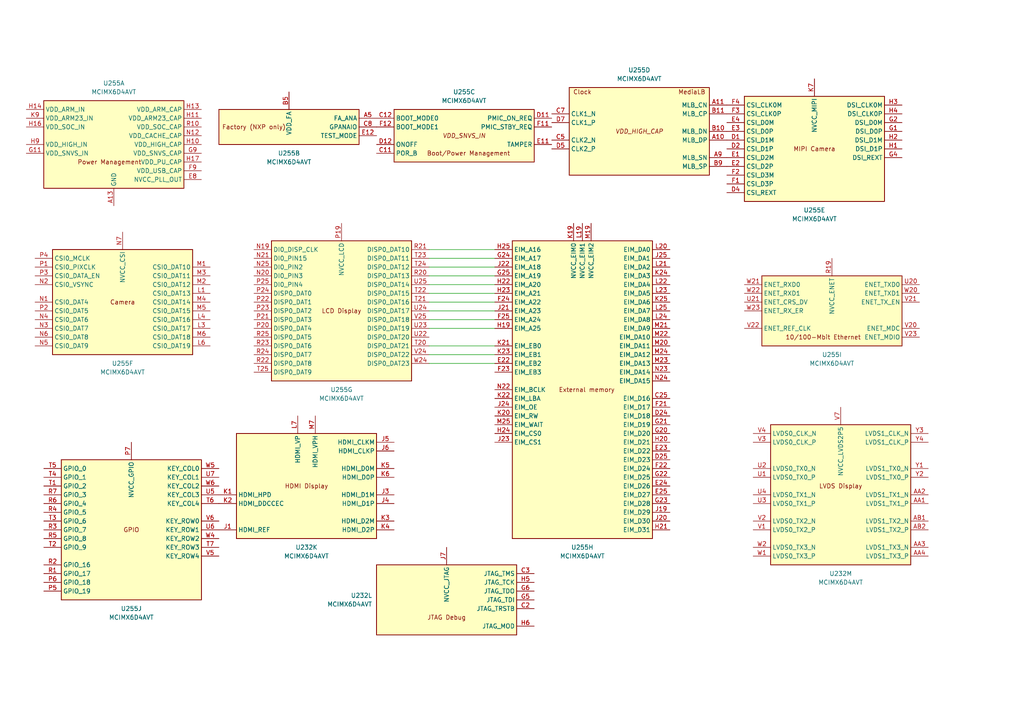
<source format=kicad_sch>
(kicad_sch (version 20250114) (generator "eeschema") (generator_version "9.0")
  (paper "A4")
  (wire (pts (xy 143.51 100.33) (xy 124.46 100.33)))
  (wire (pts (xy 143.51 74.93) (xy 124.46 74.93)))
  (wire (pts (xy 143.51 80.01) (xy 124.46 80.01)))
  (wire (pts (xy 143.51 95.25) (xy 124.46 95.25)))
  (wire (pts (xy 143.51 77.47) (xy 124.46 77.47)))
  (wire (pts (xy 143.51 82.55) (xy 124.46 82.55)))
  (wire (pts (xy 143.51 85.09) (xy 124.46 85.09)))
  (wire (pts (xy 143.51 90.17) (xy 124.46 90.17)))
  (wire (pts (xy 143.51 102.87) (xy 124.46 102.87)))
  (wire (pts (xy 143.51 92.71) (xy 124.46 92.71)))
  (wire (pts (xy 143.51 72.39) (xy 124.46 72.39)))
  (wire (pts (xy 143.51 105.41) (xy 124.46 105.41)))
  (wire (pts (xy 143.51 87.63) (xy 124.46 87.63)))
  (symbol (lib_id "CPU_NXP_IMX:MCIMX6D4AVT") (at 168.91 113.03 0) (unit 8)
    (property "Reference" "U255" (at 168.91 158.75 0))
    (property "Value" "MCIMX6D4AVT" (at 168.91 161.29 0))
    (property "Footprint" "Package_BGA:BGA-624_21x21mm_Layout25x25_P0.8mm" (effects (hide yes)))
    (property "Datasheet" "https://www.nxp.com/docs/en/data-sheet/IMX6DQAEC.pdf" (effects (hide yes)))
    (property "Description" "i.MX 6Dual Automotive and Infotainment Application Processor, BGA-624" (effects (hide yes)))
  )
  (symbol (lib_id "CPU_NXP_IMX:MCIMX6D4AVT") (at 33.02 41.91 0) (unit 1)
    (property "Reference" "U255" (at 33.02 24.13 0))
    (property "Value" "MCIMX6D4AVT" (at 33.02 26.67 0))
    (property "Footprint" "Package_BGA:BGA-624_21x21mm_Layout25x25_P0.8mm" (effects (hide yes)))
    (property "Datasheet" "https://www.nxp.com/docs/en/data-sheet/IMX6DQAEC.pdf" (effects (hide yes)))
    (property "Description" "i.MX 6Dual Automotive and Infotainment Application Processor, BGA-624" (effects (hide yes)))
  )
  (symbol (lib_id "CPU_NXP_IMX:MCIMX6D4AVT") (at 134.62 39.37 0) (unit 3)
    (property "Reference" "U255" (at 134.62 26.67 0))
    (property "Value" "MCIMX6D4AVT" (at 134.62 29.21 0))
    (property "Footprint" "Package_BGA:BGA-624_21x21mm_Layout25x25_P0.8mm" (effects (hide yes)))
    (property "Datasheet" "https://www.nxp.com/docs/en/data-sheet/IMX6DQAEC.pdf" (effects (hide yes)))
    (property "Description" "i.MX 6Dual Automotive and Infotainment Application Processor, BGA-624" (effects (hide yes)))
  )
  (symbol (lib_id "CPU_NXP_IMX:MCIMX6D4AVT") (at 99.06 90.17 0) (unit 7)
    (property "Reference" "U255" (at 99.06 113.03 0))
    (property "Value" "MCIMX6D4AVT" (at 99.06 115.57 0))
    (property "Footprint" "Package_BGA:BGA-624_21x21mm_Layout25x25_P0.8mm" (effects (hide yes)))
    (property "Datasheet" "https://www.nxp.com/docs/en/data-sheet/IMX6DQAEC.pdf" (effects (hide yes)))
    (property "Description" "i.MX 6Dual Automotive and Infotainment Application Processor, BGA-624" (effects (hide yes)))
  )
  (symbol (lib_id "CPU_NXP_IMX:MCIMX6D4AVT") (at 83.82 36.83 0) (unit 2)
    (property "Reference" "U255" (at 83.82 44.45 0))
    (property "Value" "MCIMX6D4AVT" (at 83.82 46.99 0))
    (property "Footprint" "Package_BGA:BGA-624_21x21mm_Layout25x25_P0.8mm" (effects (hide yes)))
    (property "Datasheet" "https://www.nxp.com/docs/en/data-sheet/IMX6DQAEC.pdf" (effects (hide yes)))
    (property "Description" "i.MX 6Dual Automotive and Infotainment Application Processor, BGA-624" (effects (hide yes)))
  )
  (symbol (lib_id "CPU_NXP_IMX:MCIMX6D4AVT") (at 38.1 153.67 0) (unit 10)
    (property "Reference" "U255" (at 38.1 176.53 0))
    (property "Value" "MCIMX6D4AVT" (at 38.1 179.07 0))
    (property "Footprint" "Package_BGA:BGA-624_21x21mm_Layout25x25_P0.8mm" (effects (hide yes)))
    (property "Datasheet" "https://www.nxp.com/docs/en/data-sheet/IMX6DQAEC.pdf" (effects (hide yes)))
    (property "Description" "i.MX 6Dual Automotive and Infotainment Application Processor, BGA-624" (effects (hide yes)))
  )
  (symbol (lib_id "CPU_NXP_IMX:MCIMX6D4AVT") (at 129.54 173.99 0) (unit 12)
    (property "Reference" "U232" (at 107.95 172.7199 0) (effects (justify right)))
    (property "Value" "MCIMX6D4AVT" (at 107.95 175.2599 0) (effects (justify right)))
    (property "Footprint" "Package_BGA:BGA-624_21x21mm_Layout25x25_P0.8mm" (effects (hide yes)))
    (property "Datasheet" "https://www.nxp.com/docs/en/data-sheet/IMX6DQAEC.pdf" (effects (hide yes)))
    (property "Description" "i.MX 6Dual Automotive and Infotainment Application Processor, BGA-624" (effects (hide yes)))
  )
  (symbol (lib_id "CPU_NXP_IMX:MCIMX6D4AVT") (at 236.22 43.18 0) (unit 5)
    (property "Reference" "U255" (at 236.22 60.96 0))
    (property "Value" "MCIMX6D4AVT" (at 236.22 63.5 0))
    (property "Footprint" "Package_BGA:BGA-624_21x21mm_Layout25x25_P0.8mm" (effects (hide yes)))
    (property "Datasheet" "https://www.nxp.com/docs/en/data-sheet/IMX6DQAEC.pdf" (effects (hide yes)))
    (property "Description" "i.MX 6Dual Automotive and Infotainment Application Processor, BGA-624" (effects (hide yes)))
  )
  (symbol (lib_id "CPU_NXP_IMX:MCIMX6D4AVT") (at 88.9 140.97 0) (unit 11)
    (property "Reference" "U232" (at 88.9 158.75 0))
    (property "Value" "MCIMX6D4AVT" (at 88.9 161.29 0))
    (property "Footprint" "Package_BGA:BGA-624_21x21mm_Layout25x25_P0.8mm" (effects (hide yes)))
    (property "Datasheet" "https://www.nxp.com/docs/en/data-sheet/IMX6DQAEC.pdf" (effects (hide yes)))
    (property "Description" "i.MX 6Dual Automotive and Infotainment Application Processor, BGA-624" (effects (hide yes)))
  )
  (symbol (lib_id "CPU_NXP_IMX:MCIMX6D4AVT") (at 243.84 143.51 0) (unit 13)
    (property "Reference" "U232" (at 243.84 166.37 0))
    (property "Value" "MCIMX6D4AVT" (at 243.84 168.91 0))
    (property "Footprint" "Package_BGA:BGA-624_21x21mm_Layout25x25_P0.8mm" (effects (hide yes)))
    (property "Datasheet" "https://www.nxp.com/docs/en/data-sheet/IMX6DQAEC.pdf" (effects (hide yes)))
    (property "Description" "i.MX 6Dual Automotive and Infotainment Application Processor, BGA-624" (effects (hide yes)))
  )
  (symbol (lib_id "CPU_NXP_IMX:MCIMX6D4AVT") (at 185.42 38.1 0) (unit 4)
    (property "Reference" "U255" (at 185.42 20.32 0))
    (property "Value" "MCIMX6D4AVT" (at 185.42 22.86 0))
    (property "Footprint" "Package_BGA:BGA-624_21x21mm_Layout25x25_P0.8mm" (effects (hide yes)))
    (property "Datasheet" "https://www.nxp.com/docs/en/data-sheet/IMX6DQAEC.pdf" (effects (hide yes)))
    (property "Description" "i.MX 6Dual Automotive and Infotainment Application Processor, BGA-624" (effects (hide yes)))
  )
  (symbol (lib_id "CPU_NXP_IMX:MCIMX6D4AVT") (at 241.3 90.17 0) (unit 9)
    (property "Reference" "U255" (at 241.3 102.87 0))
    (property "Value" "MCIMX6D4AVT" (at 241.3 105.41 0))
    (property "Footprint" "Package_BGA:BGA-624_21x21mm_Layout25x25_P0.8mm" (effects (hide yes)))
    (property "Datasheet" "https://www.nxp.com/docs/en/data-sheet/IMX6DQAEC.pdf" (effects (hide yes)))
    (property "Description" "i.MX 6Dual Automotive and Infotainment Application Processor, BGA-624" (effects (hide yes)))
  )
  (symbol (lib_id "CPU_NXP_IMX:MCIMX6D4AVT") (at 35.56 87.63 0) (unit 6)
    (property "Reference" "U255" (at 35.56 105.41 0))
    (property "Value" "MCIMX6D4AVT" (at 35.56 107.95 0))
    (property "Footprint" "Package_BGA:BGA-624_21x21mm_Layout25x25_P0.8mm" (effects (hide yes)))
    (property "Datasheet" "https://www.nxp.com/docs/en/data-sheet/IMX6DQAEC.pdf" (effects (hide yes)))
    (property "Description" "i.MX 6Dual Automotive and Infotainment Application Processor, BGA-624" (effects (hide yes)))
  )
)
</source>
